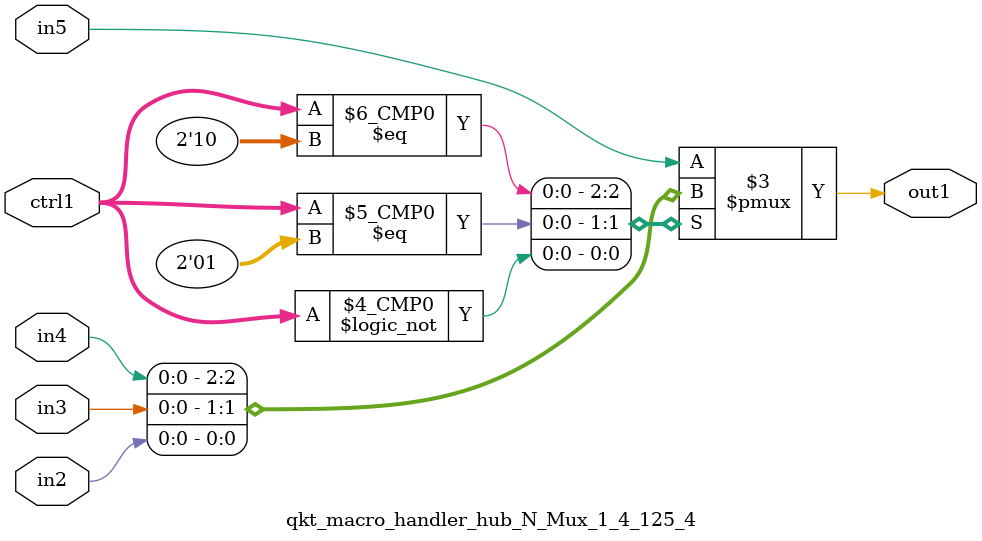
<source format=v>

`timescale 1ps / 1ps


module qkt_macro_handler_hub_N_Mux_1_4_125_4( in5, in4, in3, in2, ctrl1, out1 );

    input in5;
    input in4;
    input in3;
    input in2;
    input [1:0] ctrl1;
    output out1;
    reg out1;

    
    // rtl_process:qkt_macro_handler_hub_N_Mux_1_4_125_4/qkt_macro_handler_hub_N_Mux_1_4_125_4_thread_1
    always @*
      begin : qkt_macro_handler_hub_N_Mux_1_4_125_4_thread_1
        case (ctrl1) 
          2'd2: 
            begin
              out1 = in4;
            end
          2'd1: 
            begin
              out1 = in3;
            end
          2'd0: 
            begin
              out1 = in2;
            end
          default: 
            begin
              out1 = in5;
            end
        endcase
      end

endmodule



</source>
